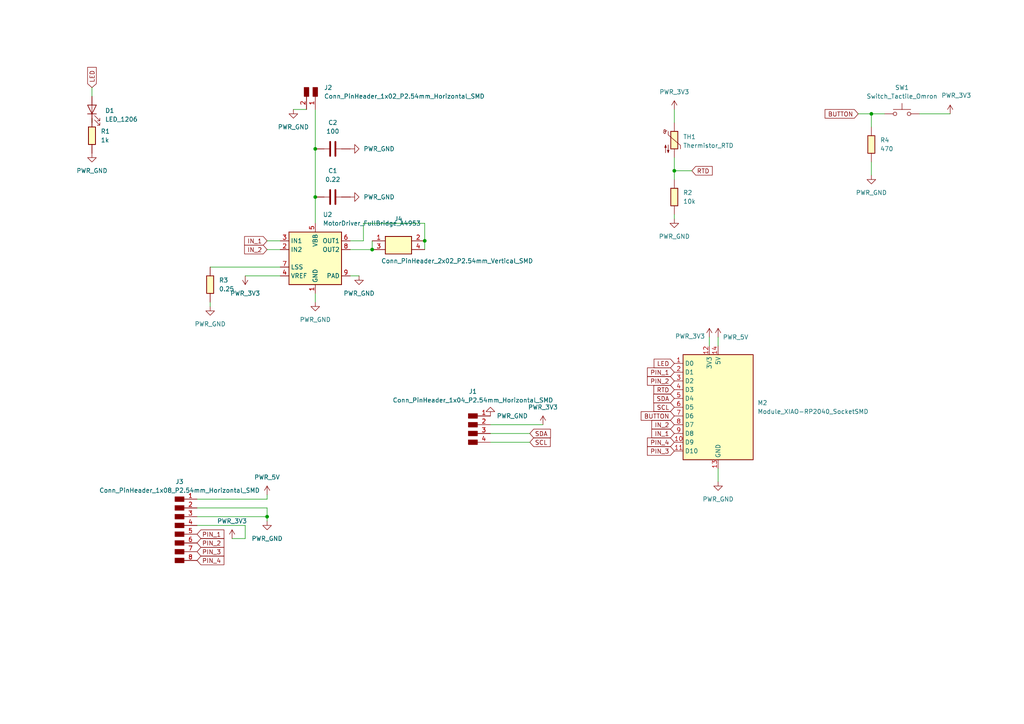
<source format=kicad_sch>
(kicad_sch (version 20231120) (generator "eeschema") (generator_version "8.0")
  (paper "A4")
  (lib_symbols
    (symbol "fab:C_1206" (pin_numbers hide)
      (property "Reference" "C" (at 0.635 2.54 0))
      (property "Value" "C_1206" (at 0.635 -2.54 0))
      (symbol "C_1206_0_1"
        (polyline (pts (xy -2.032 -0.762) (xy 2.032 -0.762)) (stroke (width 0.508)))
        (polyline (pts (xy -2.032 0.762) (xy 2.032 0.762)) (stroke (width 0.508)))
        (polyline (pts (xy 0 -0.635) (xy 0 -2.54)))
        (polyline (pts (xy 0 0.635) (xy 0 2.54)))
      )
      (symbol "C_1206_1_1"
        (pin passive line (at 0 5.08 270) (length 2.54) (name "~") (number "1"))
        (pin passive line (at 0 -5.08 90) (length 2.54) (name "~") (number "2"))
      )
    )
    (symbol "fab:Conn_PinHeader_1x02_P2.54mm_Horizontal_SMD" (pin_names hide)
      (property "Reference" "J" (at 0 2.54 0))
      (property "Value" "Conn_PinHeader_1x02_P2.54mm_Horizontal_SMD" (at 0 -5.08 0))
      (symbol "Conn_PinHeader_1x02_P2.54mm_Horizontal_SMD_1_1"
        (rectangle (start -1.27 -1.905) (end 1.27 -3.175) (stroke (width 0.254)) (fill (type outline)))
        (rectangle (start -1.27 0.635) (end 1.27 -0.635) (stroke (width 0.254)) (fill (type outline)))
        (pin passive line (at 5.08 0 180) (length 3.81) (name "Pin_1") (number "1"))
        (pin passive line (at 5.08 -2.54 180) (length 3.81) (name "Pin_2") (number "2"))
      )
    )
    (symbol "fab:Conn_PinHeader_1x04_P2.54mm_Horizontal_SMD" (pin_names hide)
      (property "Reference" "J" (at 0 5.08 0))
      (property "Value" "Conn_PinHeader_1x04_P2.54mm_Horizontal_SMD" (at 0 -7.62 0))
      (symbol "Conn_PinHeader_1x04_P2.54mm_Horizontal_SMD_1_1"
        (rectangle (start -1.27 -4.445) (end 1.27 -5.715) (stroke (width 0.254)) (fill (type outline)))
        (rectangle (start -1.27 -1.905) (end 1.27 -3.175) (stroke (width 0.254)) (fill (type outline)))
        (rectangle (start -1.27 0.635) (end 1.27 -0.635) (stroke (width 0.254)) (fill (type outline)))
        (rectangle (start -1.27 3.175) (end 1.27 1.905) (stroke (width 0.254)) (fill (type outline)))
        (pin passive line (at 5.08 2.54 180) (length 3.81) (name "Pin_1") (number "1"))
        (pin passive line (at 5.08 0 180) (length 3.81) (name "Pin_2") (number "2"))
        (pin passive line (at 5.08 -2.54 180) (length 3.81) (name "Pin_3") (number "3"))
        (pin passive line (at 5.08 -5.08 180) (length 3.81) (name "Pin_4") (number "4"))
      )
    )
    (symbol "fab:Conn_PinHeader_1x08_P2.54mm_Horizontal_SMD" (pin_names hide)
      (property "Reference" "J" (at 0 10.16 0))
      (property "Value" "Conn_PinHeader_1x08_P2.54mm_Horizontal_SMD" (at 0 -12.7 0))
      (symbol "Conn_PinHeader_1x08_P2.54mm_Horizontal_SMD_1_1"
        (rectangle (start -1.27 -9.525) (end 1.27 -10.795) (stroke (width 0.254)) (fill (type outline)))
        (rectangle (start -1.27 -6.985) (end 1.27 -8.255) (stroke (width 0.254)) (fill (type outline)))
        (rectangle (start -1.27 -4.445) (end 1.27 -5.715) (stroke (width 0.254)) (fill (type outline)))
        (rectangle (start -1.27 -1.905) (end 1.27 -3.175) (stroke (width 0.254)) (fill (type outline)))
        (rectangle (start -1.27 0.635) (end 1.27 -0.635) (stroke (width 0.254)) (fill (type outline)))
        (rectangle (start -1.27 3.175) (end 1.27 1.905) (stroke (width 0.254)) (fill (type outline)))
        (rectangle (start -1.27 5.715) (end 1.27 4.445) (stroke (width 0.254)) (fill (type outline)))
        (rectangle (start -1.27 8.255) (end 1.27 6.985) (stroke (width 0.254)) (fill (type outline)))
        (pin passive line (at 5.08 7.62 180) (length 3.81) (name "Pin_1") (number "1"))
        (pin passive line (at 5.08 5.08 180) (length 3.81) (name "Pin_2") (number "2"))
        (pin passive line (at 5.08 2.54 180) (length 3.81) (name "Pin_3") (number "3"))
        (pin passive line (at 5.08 0 180) (length 3.81) (name "Pin_4") (number "4"))
        (pin passive line (at 5.08 -2.54 180) (length 3.81) (name "Pin_5") (number "5"))
        (pin passive line (at 5.08 -5.08 180) (length 3.81) (name "Pin_6") (number "6"))
        (pin passive line (at 5.08 -7.62 180) (length 3.81) (name "Pin_7") (number "7"))
        (pin passive line (at 5.08 -10.16 180) (length 3.81) (name "Pin_8") (number "8"))
      )
    )
    (symbol "fab:Conn_PinHeader_2x02_P2.54mm_Vertical_SMD" (pin_names hide)
      (property "Reference" "J" (at 0 3.81 0))
      (property "Value" "Conn_PinHeader_2x02_P2.54mm_Vertical_SMD" (at 0 -3.81 0))
      (symbol "Conn_PinHeader_2x02_P2.54mm_Vertical_SMD_1_1"
        (rectangle (start -3.81 2.54) (end 3.81 -2.54) (stroke (width 0.254)) (fill (type background)))
        (pin passive line (at -7.62 1.27 0) (length 3.81) (name "Pin_1") (number "1"))
        (pin passive line (at 7.62 1.27 180) (length 3.81) (name "Pin_2") (number "2"))
        (pin passive line (at -7.62 -1.27 0) (length 3.81) (name "Pin_3") (number "3"))
        (pin passive line (at 7.62 -1.27 180) (length 3.81) (name "Pin_4") (number "4"))
      )
    )
    (symbol "fab:LED_1206" (pin_numbers hide) (pin_names (offset 1.016) hide)
      (property "Reference" "D" (at 0 2.54 0))
      (property "Value" "LED_1206" (at 0 -2.54 0))
      (symbol "LED_1206_0_1"
        (polyline (pts (xy -1.27 -1.27) (xy -1.27 1.27)) (stroke (width 0.2032)))
        (polyline (pts (xy -1.27 0) (xy 1.27 0)))
        (polyline (pts (xy 1.27 -1.27) (xy 1.27 1.27) (xy -1.27 0) (xy 1.27 -1.27)) (stroke (width 0.2032)))
        (polyline (pts (xy -3.048 -0.762) (xy -4.572 -2.286) (xy -3.81 -2.286) (xy -4.572 -2.286) (xy -4.572 -1.524)))
        (polyline (pts (xy -1.778 -0.762) (xy -3.302 -2.286) (xy -2.54 -2.286) (xy -3.302 -2.286) (xy -3.302 -1.524)))
      )
      (symbol "LED_1206_1_1"
        (pin passive line (at -3.81 0 0) (length 2.54) (name "K") (number "1"))
        (pin passive line (at 3.81 0 180) (length 2.54) (name "A") (number "2"))
      )
    )
    (symbol "fab:Module_XIAO-RP2040_SocketSMD"
      (property "Reference" "M" (at -10.16 16.51 0))
      (property "Value" "Module_XIAO-RP2040_SocketSMD" (at 1.27 16.51 0))
      (symbol "Module_XIAO-RP2040_SocketSMD_1_1"
        (rectangle (start -10.16 15.24) (end 10.16 -15.24) (stroke (width 0.254)) (fill (type background)))
        (pin bidirectional line (at -12.7 12.7 0) (length 2.54) (name "D0") (number "1"))
        (pin bidirectional line (at -12.7 -10.16 0) (length 2.54) (name "D9") (number "10"))
        (pin bidirectional line (at -12.7 -12.7 0) (length 2.54) (name "D10") (number "11"))
        (pin power_in line (at -2.54 17.78 270) (length 2.54) (name "3V3") (number "12"))
        (pin power_in line (at 0 -17.78 90) (length 2.54) (name "GND") (number "13"))
        (pin power_in line (at 0 17.78 270) (length 2.54) (name "5V") (number "14"))
        (pin bidirectional line (at -12.7 10.16 0) (length 2.54) (name "D1") (number "2"))
        (pin bidirectional line (at -12.7 7.62 0) (length 2.54) (name "D2") (number "3"))
        (pin bidirectional line (at -12.7 5.08 0) (length 2.54) (name "D3") (number "4"))
        (pin bidirectional line (at -12.7 2.54 0) (length 2.54) (name "D4") (number "5"))
        (pin bidirectional line (at -12.7 0 0) (length 2.54) (name "D5") (number "6"))
        (pin bidirectional line (at -12.7 -2.54 0) (length 2.54) (name "D6") (number "7"))
        (pin bidirectional line (at -12.7 -5.08 0) (length 2.54) (name "D7") (number "8"))
        (pin bidirectional line (at -12.7 -7.62 0) (length 2.54) (name "D8") (number "9"))
      )
    )
    (symbol "fab:MotorDriver_FullBridge_A4953"
      (property "Reference" "U" (at -7.62 8.89 0))
      (property "Value" "MotorDriver_FullBridge_A4953" (at 1.27 8.89 0))
      (symbol "MotorDriver_FullBridge_A4953_0_1"
        (rectangle (start -7.62 7.62) (end 7.62 -7.62) (stroke (width 0.254)) (fill (type background)))
      )
      (symbol "MotorDriver_FullBridge_A4953_1_1"
        (pin power_in line (at 0 -10.16 90) (length 2.54) (name "GND") (number "1"))
        (pin input line (at -10.16 2.54 0) (length 2.54) (name "IN2") (number "2"))
        (pin input line (at -10.16 5.08 0) (length 2.54) (name "IN1") (number "3"))
        (pin input line (at -10.16 -5.08 0) (length 2.54) (name "VREF") (number "4"))
        (pin power_in line (at 0 10.16 270) (length 2.54) (name "VBB") (number "5"))
        (pin output line (at 10.16 5.08 180) (length 2.54) (name "OUT1") (number "6"))
        (pin input line (at -10.16 -2.54 0) (length 2.54) (name "LSS") (number "7"))
        (pin output line (at 10.16 2.54 180) (length 2.54) (name "OUT2") (number "8"))
        (pin passive line (at 10.16 -5.08 180) (length 2.54) (name "PAD") (number "9"))
      )
    )
    (symbol "fab:PWR_3V3" (power) (pin_names (offset 0))
      (property "Value" "PWR_3V3" (at 0 3.556 0))
      (symbol "PWR_3V3_0_1"
        (polyline (pts (xy -0.762 1.27) (xy 0 2.54)))
        (polyline (pts (xy 0 0) (xy 0 2.54)))
        (polyline (pts (xy 0 2.54) (xy 0.762 1.27)))
      )
      (symbol "PWR_3V3_1_1"
        (pin power_in line (at 0 0 90) (length 0) hide (name "PWR_3V3") (number "1"))
      )
    )
    (symbol "fab:PWR_5V" (power) (pin_names (offset 0))
      (property "Value" "PWR_5V" (at 0 3.556 0))
      (symbol "PWR_5V_0_1"
        (polyline (pts (xy -0.762 1.27) (xy 0 2.54)))
        (polyline (pts (xy 0 0) (xy 0 2.54)))
        (polyline (pts (xy 0 2.54) (xy 0.762 1.27)))
      )
      (symbol "PWR_5V_1_1"
        (pin power_in line (at 0 0 90) (length 0) hide (name "PWR_5V") (number "1"))
      )
    )
    (symbol "fab:PWR_GND" (power) (pin_names (offset 0))
      (property "Value" "PWR_GND" (at 0 -3.81 0))
      (symbol "PWR_GND_0_1"
        (polyline (pts (xy 0 0) (xy 0 -1.27) (xy 1.27 -1.27) (xy 0 -2.54) (xy -1.27 -1.27) (xy 0 -1.27)))
      )
      (symbol "PWR_GND_1_1"
        (pin power_in line (at 0 0 270) (length 0) hide (name "PWR_GND") (number "1"))
      )
    )
    (symbol "fab:R_1206" (pin_numbers hide) (pin_names (offset 0))
      (property "Reference" "R" (at 2.54 0 90))
      (property "Value" "R_1206" (at -2.54 0 90))
      (symbol "R_1206_0_1"
        (rectangle (start -1.016 -2.54) (end 1.016 2.54) (stroke (width 0.254)) (fill (type background)))
      )
      (symbol "R_1206_1_1"
        (pin passive line (at 0 5.08 270) (length 2.54) (name "~") (number "1"))
        (pin passive line (at 0 -5.08 90) (length 2.54) (name "~") (number "2"))
      )
    )
    (symbol "fab:Switch_Tactile_Omron" (pin_numbers hide) (pin_names (offset 1.016) hide)
      (property "Reference" "SW" (at 1.27 2.54 0))
      (property "Value" "Switch_Tactile_Omron" (at 0 -1.524 0))
      (symbol "Switch_Tactile_Omron_0_1"
        (circle (center -2.032 0) (radius 0.508))
        (polyline (pts (xy 0 1.27) (xy 0 3.048)))
        (polyline (pts (xy 2.54 1.27) (xy -2.54 1.27)))
        (circle (center 2.032 0) (radius 0.508))
        (pin passive line (at -5.08 0 0) (length 2.54) (name "1") (number "1"))
        (pin passive line (at 5.08 0 180) (length 2.54) (name "2") (number "2"))
      )
    )
    (symbol "fab:Thermistor_RTD" (pin_numbers hide) (pin_names (offset 0))
      (property "Reference" "TH" (at -3.81 0 90))
      (property "Value" "Thermistor_RTD" (at 2.54 0 90))
      (symbol "Thermistor_RTD_0_1"
        (arc (start -3.048 2.159) (mid -3.0505 2.3165) (end -3.175 2.413))
        (arc (start -3.048 2.159) (mid -2.9736 1.9794) (end -2.794 1.905))
        (arc (start -3.048 2.794) (mid -2.9736 2.6144) (end -2.794 2.54))
        (arc (start -2.794 1.905) (mid -2.6144 1.9794) (end -2.54 2.159))
        (arc (start -2.794 2.54) (mid -2.434 2.5608) (end -2.159 2.794))
        (arc (start -2.794 3.048) (mid -2.9736 2.9736) (end -3.048 2.794))
        (arc (start -2.54 2.794) (mid -2.6144 2.9736) (end -2.794 3.048))
        (rectangle (start -1.016 2.54) (end 1.016 -2.54) (stroke (width 0.254)) (fill (type background)))
        (polyline (pts (xy -2.54 2.159) (xy -2.54 2.794)))
        (polyline (pts (xy -1.778 2.54) (xy -1.778 1.524) (xy 1.778 -1.524) (xy 1.778 -2.54)))
        (polyline (pts (xy -2.54 -3.683) (xy -2.54 -1.397) (xy -2.794 -2.159) (xy -2.286 -2.159) (xy -2.54 -1.397) (xy -2.54 -1.651)) (fill (type outline)))
        (polyline (pts (xy -1.778 -1.397) (xy -1.778 -3.683) (xy -2.032 -2.921) (xy -1.524 -2.921) (xy -1.778 -3.683) (xy -1.778 -3.429)) (fill (type outline)))
      )
      (symbol "Thermistor_RTD_1_1"
        (pin passive line (at 0 5.08 270) (length 2.54) (name "~") (number "1"))
        (pin passive line (at 0 -5.08 90) (length 2.54) (name "~") (number "2"))
      )
    )
  )
  (junction (at 252.73 33.02))
  (junction (at 91.44 43.18))
  (junction (at 77.47 149.86))
  (junction (at 91.44 57.15))
  (junction (at 107.95 72.39))
  (junction (at 123.19 69.85))
  (junction (at 195.58 49.53))
  (wire (pts (xy 205.74 97.79) (xy 205.74 100.33)))
  (wire (pts (xy 195.58 49.53) (xy 200.66 49.53)))
  (wire (pts (xy 252.73 33.02) (xy 252.73 36.83)))
  (wire (pts (xy 208.28 97.79) (xy 208.28 100.33)))
  (wire (pts (xy 195.58 49.53) (xy 195.58 52.07)))
  (wire (pts (xy 248.92 33.02) (xy 252.73 33.02)))
  (wire (pts (xy 105.41 69.85) (xy 105.41 64.77)))
  (wire (pts (xy 77.47 149.86) (xy 77.47 151.13)))
  (wire (pts (xy 71.12 156.21) (xy 67.31 156.21)))
  (wire (pts (xy 195.58 62.23) (xy 195.58 63.5)))
  (wire (pts (xy 57.15 147.32) (xy 77.47 147.32)))
  (wire (pts (xy 123.19 64.77) (xy 123.19 69.85)))
  (wire (pts (xy 77.47 147.32) (xy 77.47 149.86)))
  (wire (pts (xy 57.15 149.86) (xy 77.47 149.86)))
  (wire (pts (xy 252.73 46.99) (xy 252.73 50.8)))
  (wire (pts (xy 266.7 33.02) (xy 275.59 33.02)))
  (wire (pts (xy 208.28 135.89) (xy 208.28 139.7)))
  (wire (pts (xy 105.41 64.77) (xy 123.19 64.77)))
  (wire (pts (xy 77.47 144.78) (xy 77.47 143.51)))
  (wire (pts (xy 77.47 69.85) (xy 81.28 69.85)))
  (wire (pts (xy 57.15 144.78) (xy 77.47 144.78)))
  (wire (pts (xy 85.09 31.75) (xy 88.9 31.75)))
  (wire (pts (xy 256.54 33.02) (xy 252.73 33.02)))
  (wire (pts (xy 101.6 69.85) (xy 105.41 69.85)))
  (wire (pts (xy 60.96 88.9) (xy 60.96 87.63)))
  (wire (pts (xy 195.58 31.75) (xy 195.58 35.56)))
  (wire (pts (xy 91.44 31.75) (xy 91.44 43.18)))
  (wire (pts (xy 91.44 43.18) (xy 91.44 57.15)))
  (wire (pts (xy 26.67 34.29) (xy 26.67 35.56)))
  (wire (pts (xy 142.24 123.19) (xy 157.48 123.19)))
  (wire (pts (xy 195.58 45.72) (xy 195.58 49.53)))
  (wire (pts (xy 60.96 77.47) (xy 81.28 77.47)))
  (wire (pts (xy 71.12 156.21) (xy 71.12 152.4)))
  (wire (pts (xy 142.24 125.73) (xy 153.67 125.73)))
  (wire (pts (xy 77.47 72.39) (xy 81.28 72.39)))
  (wire (pts (xy 91.44 85.09) (xy 91.44 87.63)))
  (wire (pts (xy 101.6 72.39) (xy 107.95 72.39)))
  (wire (pts (xy 91.44 57.15) (xy 91.44 64.77)))
  (wire (pts (xy 71.12 80.01) (xy 81.28 80.01)))
  (wire (pts (xy 107.95 72.39) (xy 107.95 69.85)))
  (wire (pts (xy 142.24 128.27) (xy 153.67 128.27)))
  (wire (pts (xy 101.6 80.01) (xy 104.14 80.01)))
  (wire (pts (xy 26.67 25.4) (xy 26.67 27.94)))
  (wire (pts (xy 123.19 69.85) (xy 123.19 72.39)))
  (wire (pts (xy 71.12 152.4) (xy 57.15 152.4)))
  (global_label "PIN_4" (shape input) (at 57.15 162.56 0) (property "Intersheetrefs" "${INTERSHEET_REFS}" (effects (hide yes))))
  (global_label "SCL" (shape input) (at 153.67 128.27 0) (property "Intersheetrefs" "${INTERSHEET_REFS}" (effects (hide yes))))
  (global_label "LED" (shape input) (at 26.67 25.4 90) (property "Intersheetrefs" "${INTERSHEET_REFS}" (effects (hide yes))))
  (global_label "IN_1" (shape input) (at 77.47 69.85 180) (property "Intersheetrefs" "${INTERSHEET_REFS}" (effects (hide yes))))
  (global_label "PIN_3" (shape input) (at 57.15 160.02 0) (property "Intersheetrefs" "${INTERSHEET_REFS}" (effects (hide yes))))
  (global_label "LED" (shape input) (at 195.58 105.41 180) (property "Intersheetrefs" "${INTERSHEET_REFS}" (effects (hide yes))))
  (global_label "PIN_1" (shape input) (at 57.15 154.94 0) (property "Intersheetrefs" "${INTERSHEET_REFS}" (effects (hide yes))))
  (global_label "RTD" (shape input) (at 200.66 49.53 0) (property "Intersheetrefs" "${INTERSHEET_REFS}" (effects (hide yes))))
  (global_label "PIN_3" (shape input) (at 195.58 130.81 180) (property "Intersheetrefs" "${INTERSHEET_REFS}" (effects (hide yes))))
  (global_label "PIN_2" (shape input) (at 57.15 157.48 0) (property "Intersheetrefs" "${INTERSHEET_REFS}" (effects (hide yes))))
  (global_label "IN_2" (shape input) (at 77.47 72.39 180) (property "Intersheetrefs" "${INTERSHEET_REFS}" (effects (hide yes))))
  (global_label "SDA" (shape input) (at 195.58 115.57 180) (property "Intersheetrefs" "${INTERSHEET_REFS}" (effects (hide yes))))
  (global_label "RTD" (shape input) (at 195.58 113.03 180) (property "Intersheetrefs" "${INTERSHEET_REFS}" (effects (hide yes))))
  (global_label "BUTTON" (shape input) (at 248.92 33.02 180) (property "Intersheetrefs" "${INTERSHEET_REFS}" (effects (hide yes))))
  (global_label "IN_1" (shape input) (at 195.58 125.73 180) (property "Intersheetrefs" "${INTERSHEET_REFS}" (effects (hide yes))))
  (global_label "SCL" (shape input) (at 195.58 118.11 180) (property "Intersheetrefs" "${INTERSHEET_REFS}" (effects (hide yes))))
  (global_label "PIN_1" (shape input) (at 195.58 107.95 180) (property "Intersheetrefs" "${INTERSHEET_REFS}" (effects (hide yes))))
  (global_label "BUTTON" (shape input) (at 195.58 120.65 180) (property "Intersheetrefs" "${INTERSHEET_REFS}" (effects (hide yes))))
  (global_label "PIN_2" (shape input) (at 195.58 110.49 180) (property "Intersheetrefs" "${INTERSHEET_REFS}" (effects (hide yes))))
  (global_label "PIN_4" (shape input) (at 195.58 128.27 180) (property "Intersheetrefs" "${INTERSHEET_REFS}" (effects (hide yes))))
  (global_label "IN_2" (shape input) (at 195.58 123.19 180) (property "Intersheetrefs" "${INTERSHEET_REFS}" (effects (hide yes))))
  (global_label "SDA" (shape input) (at 153.67 125.73 0) (property "Intersheetrefs" "${INTERSHEET_REFS}" (effects (hide yes))))
  (symbol (lib_id "fab:Conn_PinHeader_1x08_P2.54mm_Horizontal_SMD") (at 52.07 152.4 0) (unit 1)
    (property "Reference" "J3" (at 52.07 139.7 0))
    (property "Value" "Conn_PinHeader_1x08_P2.54mm_Horizontal_SMD" (at 52.07 142.24 0))
    (property "Footprint" "fab:PinHeader_1x08_P2.54mm_Horizontal_SMD" (effects (hide yes)))
    (property "Description" "Male connector, single row" (effects (hide yes)))
  )
  (symbol (lib_id "fab:PWR_3V3") (at 71.12 80.01 180) (unit 1)
    (property "Reference" "#PWR03" (effects (hide yes)))
    (property "Value" "PWR_3V3" (at 71.12 85.09 0))
    (property "Description" "Power symbol creates a global label with name \"+3V3\"" (effects (hide yes)))
  )
  (symbol (lib_id "fab:R_1206") (at 252.73 41.91 0) (unit 1)
    (property "Reference" "R4" (at 255.27 40.6399 0) (effects (justify left)))
    (property "Value" "470" (at 255.27 43.1799 0) (effects (justify left)))
    (property "Footprint" "fab:R_1206" (effects (hide yes)))
    (property "Description" "Resistor" (effects (hide yes)))
  )
  (symbol (lib_id "fab:PWR_GND") (at 85.09 31.75 0) (unit 1)
    (property "Reference" "#PWR05" (effects (hide yes)))
    (property "Value" "PWR_GND" (at 85.09 36.83 0))
    (property "Description" "Power symbol creates a global label with name \"GND\" , ground" (effects (hide yes)))
  )
  (symbol (lib_id "fab:C_1206") (at 96.52 57.15 90) (unit 1)
    (property "Reference" "C1" (at 96.52 49.53 90))
    (property "Value" "0.22" (at 96.52 52.07 90))
    (property "Footprint" "fab:C_1206" (effects (hide yes)))
    (property "Datasheet" "https://www.yageo.com/upload/media/product/productsearch/datasheet/mlcc/UPY-GP_NP0_16V-to-50V_18.pdf" (effects (hide yes)))
    (property "Description" "Unpolarized capacitor, SMD, 1206" (effects (hide yes)))
  )
  (symbol (lib_id "fab:PWR_3V3") (at 275.59 33.02 0) (unit 1)
    (property "Reference" "#PWR017" (effects (hide yes)))
    (property "Value" "PWR_3V3" (at 277.368 27.686 0))
    (property "Description" "Power symbol creates a global label with name \"+3V3\"" (effects (hide yes)))
  )
  (symbol (lib_id "fab:PWR_GND") (at 26.67 44.45 0) (unit 1)
    (property "Reference" "#PWR01" (effects (hide yes)))
    (property "Value" "PWR_GND" (at 26.67 49.53 0))
    (property "Description" "Power symbol creates a global label with name \"GND\" , ground" (effects (hide yes)))
  )
  (symbol (lib_id "fab:LED_1206") (at 26.67 31.75 90) (unit 1)
    (property "Reference" "D1" (at 30.48 32.0801 90) (effects (justify right)))
    (property "Value" "LED_1206" (at 30.48 34.6201 90) (effects (justify right)))
    (property "Footprint" "fab:LED_1206" (effects (hide yes)))
    (property "Datasheet" "https://optoelectronics.liteon.com/upload/download/DS-22-98-0002/LTST-C150CKT.pdf" (effects (hide yes)))
    (property "Description" "Light emitting diode, Lite-On Inc. LTST, SMD" (effects (hide yes)))
  )
  (symbol (lib_id "fab:Switch_Tactile_Omron") (at 261.62 33.02 0) (unit 1)
    (property "Reference" "SW1" (at 261.62 25.4 0))
    (property "Value" "Switch_Tactile_Omron" (at 261.62 27.94 0))
    (property "Footprint" "fab:Button_Omron_B3SN_6.0x6.0mm" (effects (hide yes)))
    (property "Datasheet" "https://omronfs.omron.com/en_US/ecb/products/pdf/en-b3sn.pdf" (effects (hide yes)))
    (property "Description" "Push button switch, Omron, B3SN, Sealed Tactile Switch (SMT), SPST-NO Top Actuated Surface Mount" (effects (hide yes)))
  )
  (symbol (lib_id "fab:Conn_PinHeader_2x02_P2.54mm_Vertical_SMD") (at 115.57 71.12 0) (unit 1)
    (property "Reference" "J4" (at 115.57 63.5 0))
    (property "Value" "Conn_PinHeader_2x02_P2.54mm_Vertical_SMD" (at 132.588 75.692 0))
    (property "Footprint" "fab:PinHeader_2x02_P2.54mm_Vertical_SMD" (effects (hide yes)))
    (property "Datasheet" "https://cdn.amphenol-icc.com/media/wysiwyg/files/drawing/95278.pdf" (effects (hide yes)))
    (property "Description" "Connector Header Surface Mount 4 position 0.100\" (2.54mm)" (effects (hide yes)))
  )
  (symbol (lib_id "fab:PWR_GND") (at 252.73 50.8 0) (unit 1)
    (property "Reference" "#PWR018" (effects (hide yes)))
    (property "Value" "PWR_GND" (at 252.73 55.88 0))
    (property "Description" "Power symbol creates a global label with name \"GND\" , ground" (effects (hide yes)))
  )
  (symbol (lib_id "fab:R_1206") (at 26.67 39.37 0) (unit 1)
    (property "Reference" "R1" (at 29.21 38.0999 0) (effects (justify left)))
    (property "Value" "1k" (at 29.21 40.6399 0) (effects (justify left)))
    (property "Footprint" "fab:R_1206" (effects (hide yes)))
    (property "Description" "Resistor" (effects (hide yes)))
  )
  (symbol (lib_id "fab:PWR_GND") (at 142.24 120.65 180) (unit 1)
    (property "Reference" "#PWR07" (effects (hide yes)))
    (property "Value" "PWR_GND" (at 148.59 120.65 0))
    (property "Description" "Power symbol creates a global label with name \"GND\" , ground" (effects (hide yes)))
  )
  (symbol (lib_id "fab:PWR_GND") (at 77.47 151.13 0) (unit 1)
    (property "Reference" "#PWR020" (effects (hide yes)))
    (property "Value" "PWR_GND" (at 77.47 156.21 0))
    (property "Description" "Power symbol creates a global label with name \"GND\" , ground" (effects (hide yes)))
  )
  (symbol (lib_id "fab:PWR_GND") (at 195.58 63.5 0) (unit 1)
    (property "Reference" "#PWR02" (effects (hide yes)))
    (property "Value" "PWR_GND" (at 195.58 68.58 0))
    (property "Description" "Power symbol creates a global label with name \"GND\" , ground" (effects (hide yes)))
  )
  (symbol (lib_id "fab:MotorDriver_FullBridge_A4953") (at 91.44 74.93 0) (unit 1)
    (property "Reference" "U2" (at 93.6341 62.23 0) (effects (justify left)))
    (property "Value" "MotorDriver_FullBridge_A4953" (at 93.6341 64.77 0) (effects (justify left)))
    (property "Footprint" "fab:SOIC-8_3.9x4.9mm_P1.27mm_EP2.41x3.3mm" (effects (hide yes)))
    (property "Datasheet" "https://www.allegromicro.com/~/media/Files/Datasheets/A4952-3-Datasheet.ashx" (effects (hide yes)))
    (property "Description" "Motor Driver, 40V, 2A, Full-Bridge, DMOS PWM, SOIC-8, Exposed Pad" (effects (hide yes)))
  )
  (symbol (lib_id "fab:R_1206") (at 60.96 82.55 180) (unit 1)
    (property "Reference" "R3" (at 63.5 81.2799 0) (effects (justify right)))
    (property "Value" "0.25" (at 63.5 83.8199 0) (effects (justify right)))
    (property "Footprint" "fab:R_1206" (effects (hide yes)))
    (property "Description" "Resistor" (effects (hide yes)))
  )
  (symbol (lib_id "fab:R_1206") (at 195.58 57.15 0) (unit 1)
    (property "Reference" "R2" (at 198.12 55.8799 0) (effects (justify left)))
    (property "Value" "10k" (at 198.12 58.4199 0) (effects (justify left)))
    (property "Footprint" "fab:R_1206" (effects (hide yes)))
    (property "Description" "Resistor" (effects (hide yes)))
  )
  (symbol (lib_id "fab:PWR_3V3") (at 157.48 123.19 0) (unit 1)
    (property "Reference" "#PWR06" (effects (hide yes)))
    (property "Value" "PWR_3V3" (at 157.48 118.11 0))
    (property "Description" "Power symbol creates a global label with name \"+3V3\"" (effects (hide yes)))
  )
  (symbol (lib_id "fab:Conn_PinHeader_1x04_P2.54mm_Horizontal_SMD") (at 137.16 123.19 0) (unit 1)
    (property "Reference" "J1" (at 137.16 113.538 0))
    (property "Value" "Conn_PinHeader_1x04_P2.54mm_Horizontal_SMD" (at 137.16 116.078 0))
    (property "Footprint" "fab:PinHeader_1x04_P2.54mm_Horizontal_SMD" (effects (hide yes)))
    (property "Description" "Male connector, single row" (effects (hide yes)))
  )
  (symbol (lib_id "fab:C_1206") (at 96.52 43.18 90) (unit 1)
    (property "Reference" "C2" (at 96.52 35.56 90))
    (property "Value" "100" (at 96.52 38.1 90))
    (property "Footprint" "fab:C_1206" (effects (hide yes)))
    (property "Datasheet" "https://www.yageo.com/upload/media/product/productsearch/datasheet/mlcc/UPY-GP_NP0_16V-to-50V_18.pdf" (effects (hide yes)))
    (property "Description" "Unpolarized capacitor, SMD, 1206" (effects (hide yes)))
  )
  (symbol (lib_id "fab:PWR_3V3") (at 67.31 156.21 0) (unit 1)
    (property "Reference" "#PWR019" (effects (hide yes)))
    (property "Value" "PWR_3V3" (at 67.31 151.13 0))
    (property "Description" "Power symbol creates a global label with name \"+3V3\"" (effects (hide yes)))
  )
  (symbol (lib_id "fab:PWR_GND") (at 104.14 80.01 0) (unit 1)
    (property "Reference" "#PWR015" (effects (hide yes)))
    (property "Value" "PWR_GND" (at 104.14 85.09 0))
    (property "Description" "Power symbol creates a global label with name \"GND\" , ground" (effects (hide yes)))
  )
  (symbol (lib_id "fab:PWR_GND") (at 101.6 43.18 90) (unit 1)
    (property "Reference" "#PWR010" (effects (hide yes)))
    (property "Value" "PWR_GND" (at 105.41 43.1799 90) (effects (justify right)))
    (property "Description" "Power symbol creates a global label with name \"GND\" , ground" (effects (hide yes)))
  )
  (symbol (lib_id "fab:PWR_3V3") (at 195.58 31.75 0) (unit 1)
    (property "Reference" "#PWR08" (effects (hide yes)))
    (property "Value" "PWR_3V3" (at 195.58 26.67 0))
    (property "Description" "Power symbol creates a global label with name \"+3V3\"" (effects (hide yes)))
  )
  (symbol (lib_id "fab:PWR_5V") (at 77.47 143.51 0) (unit 1)
    (property "Reference" "#PWR021" (effects (hide yes)))
    (property "Value" "PWR_5V" (at 77.47 138.43 0))
    (property "Description" "Power symbol creates a global label with name \"+5V\"" (effects (hide yes)))
  )
  (symbol (lib_id "fab:PWR_5V") (at 208.28 97.79 0) (unit 1)
    (property "Reference" "#PWR012" (effects (hide yes)))
    (property "Value" "PWR_5V" (at 213.36 97.79 0))
    (property "Description" "Power symbol creates a global label with name \"+5V\"" (effects (hide yes)))
  )
  (symbol (lib_id "fab:PWR_GND") (at 60.96 88.9 0) (unit 1)
    (property "Reference" "#PWR09" (effects (hide yes)))
    (property "Value" "PWR_GND" (at 60.96 93.98 0))
    (property "Description" "Power symbol creates a global label with name \"GND\" , ground" (effects (hide yes)))
  )
  (symbol (lib_id "fab:Module_XIAO-RP2040_SocketSMD") (at 208.28 118.11 0) (unit 1)
    (property "Reference" "M2" (at 219.71 116.8399 0) (effects (justify left)))
    (property "Value" "Module_XIAO-RP2040_SocketSMD" (at 219.71 119.3799 0) (effects (justify left)))
    (property "Footprint" "fab:SeeedStudio_XIAO_SocketSMD" (effects (hide yes)))
    (property "Datasheet" "https://wiki.seeedstudio.com/XIAO-RP2040/" (effects (hide yes)))
    (property "Description" "RP2040 XIAO RP2040 - ARM® Cortex®-M0+ MCU 32-Bit Embedded Evaluation Board SMD Socket (Female Header)" (effects (hide yes)))
  )
  (symbol (lib_id "fab:PWR_GND") (at 91.44 87.63 0) (unit 1)
    (property "Reference" "#PWR04" (effects (hide yes)))
    (property "Value" "PWR_GND" (at 91.44 92.71 0))
    (property "Description" "Power symbol creates a global label with name \"GND\" , ground" (effects (hide yes)))
  )
  (symbol (lib_id "fab:PWR_3V3") (at 205.74 97.79 0) (unit 1)
    (property "Reference" "#PWR014" (effects (hide yes)))
    (property "Value" "PWR_3V3" (at 200.152 97.536 0))
    (property "Description" "Power symbol creates a global label with name \"+3V3\"" (effects (hide yes)))
  )
  (symbol (lib_id "fab:PWR_GND") (at 208.28 139.7 0) (unit 1)
    (property "Reference" "#PWR013" (effects (hide yes)))
    (property "Value" "PWR_GND" (at 208.28 144.78 0))
    (property "Description" "Power symbol creates a global label with name \"GND\" , ground" (effects (hide yes)))
  )
  (symbol (lib_id "fab:Conn_PinHeader_1x02_P2.54mm_Horizontal_SMD") (at 91.44 26.67 270) (unit 1)
    (property "Reference" "J2" (at 93.98 25.3999 90) (effects (justify left)))
    (property "Value" "Conn_PinHeader_1x02_P2.54mm_Horizontal_SMD" (at 93.98 27.9399 90) (effects (justify left)))
    (property "Footprint" "fab:PinHeader_1x02_P2.54mm_Horizontal_SMD" (effects (hide yes)))
    (property "Description" "Male connector, single row" (effects (hide yes)))
  )
  (symbol (lib_id "fab:Thermistor_RTD") (at 195.58 40.64 0) (unit 1)
    (property "Reference" "TH1" (at 198.12 39.6874 0) (effects (justify left)))
    (property "Value" "Thermistor_RTD" (at 198.12 42.2274 0) (effects (justify left)))
    (property "Footprint" "fab:R_1206" (effects (hide yes)))
    (property "Datasheet" "http://www.vishay.com/docs/28899/ptsat.pdf" (effects (hide yes)))
    (property "Description" "Temperature dependent resistor, Vishay PTS1206M1B1K00P100, 1 kOhms RTD Platinum ±0.3K ±3850ppm/°C -55°C ~ 175°C 1206 (3216 Metric)" (effects (hide yes)))
  )
  (symbol (lib_id "fab:PWR_GND") (at 101.6 57.15 90) (unit 1)
    (property "Reference" "#PWR011" (effects (hide yes)))
    (property "Value" "PWR_GND" (at 105.41 57.1499 90) (effects (justify right)))
    (property "Description" "Power symbol creates a global label with name \"GND\" , ground" (effects (hide yes)))
  )
)
</source>
